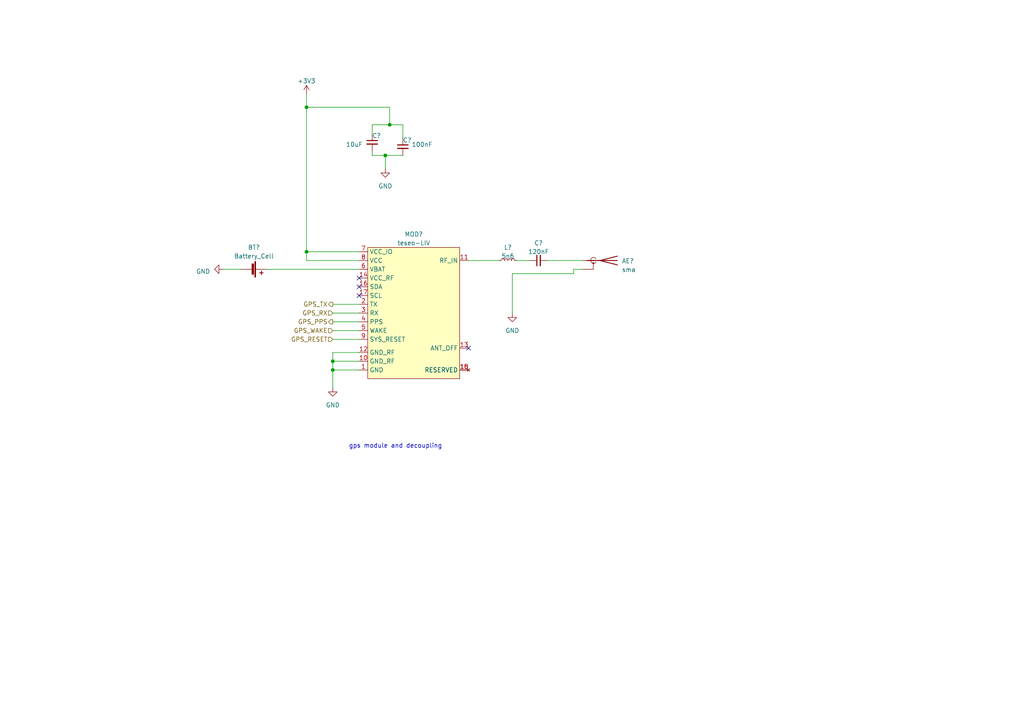
<source format=kicad_sch>
(kicad_sch (version 20210621) (generator eeschema)
  (paper "A4")
  (lib_symbols
    (symbol "Device:Antenna_Shield" (pin_numbers hide) (pin_names (offset 1.016) hide)
      (property "Reference" "AE" (at -1.905 4.445 0))
      (property "Value" "Antenna_Shield" (at -1.905 2.54 0))
      (symbol "Antenna_Shield_0_1"
        (arc (start -0.508 -1.143) (mid -0.8485 -2.1032) (end 0 -2.667))
        (arc (start 0 -2.667) (mid 0.8047 -2.0885) (end 0.508 -1.143))
        (polyline (pts (xy 0 -2.54) (xy 0 0)))
        (polyline (pts (xy 0 5.08) (xy 0 -3.81)) (stroke (width 0.254)))
        (polyline (pts (xy 0.762 -1.905) (xy 2.54 -1.905)))
        (polyline (pts (xy 2.54 -2.54) (xy 2.54 -1.905)))
        (polyline (pts (xy 1.27 5.08) (xy 0 0) (xy -1.27 5.08)) (stroke (width 0.254)))
        (circle (center 0.762 -1.905) (radius 0.1778) (fill (type outline)))
      )
      (symbol "Antenna_Shield_1_1"
        (pin input line (at 0 -5.08 90) (length 2.54) (name "A") (number "1"))
        (pin input line (at 2.54 -5.08 90) (length 2.54) (name "Shield") (number "2"))
      )
    )
    (symbol "Device:Battery_Cell" (pin_numbers hide) (pin_names (offset 0) hide)
      (property "Reference" "BT" (at 2.54 2.54 0))
      (property "Value" "Battery_Cell" (at 2.54 0 0))
      (symbol "Battery_Cell_0_1"
        (rectangle (start -2.286 1.778) (end 2.286 1.524) (fill (type outline)))
        (rectangle (start -1.5748 1.1938) (end 1.4732 0.6858) (fill (type outline)))
        (polyline (pts (xy 0 0.762) (xy 0 0)))
        (polyline (pts (xy 0 1.778) (xy 0 2.54)))
        (polyline (pts (xy 0.508 3.429) (xy 1.524 3.429)) (stroke (width 0.254)))
        (polyline (pts (xy 1.016 3.937) (xy 1.016 2.921)) (stroke (width 0.254)))
      )
      (symbol "Battery_Cell_1_1"
        (pin passive line (at 0 5.08 270) (length 2.54) (name "+") (number "1"))
        (pin passive line (at 0 -2.54 90) (length 2.54) (name "-") (number "2"))
      )
    )
    (symbol "Device:C_Small" (pin_numbers hide) (pin_names (offset 0.254) hide)
      (property "Reference" "C" (at 0.254 1.778 0))
      (property "Value" "C_Small" (at 0.254 -2.032 0))
      (symbol "C_Small_0_1"
        (polyline (pts (xy -1.524 -0.508) (xy 1.524 -0.508)) (stroke (width 0.3302)))
        (polyline (pts (xy -1.524 0.508) (xy 1.524 0.508)) (stroke (width 0.3048)))
      )
      (symbol "C_Small_1_1"
        (pin passive line (at 0 2.54 270) (length 2.032) (name "~") (number "1"))
        (pin passive line (at 0 -2.54 90) (length 2.032) (name "~") (number "2"))
      )
    )
    (symbol "Device:L_Small" (pin_numbers hide) (pin_names (offset 0.254) hide)
      (property "Reference" "L" (at 0.762 1.016 0))
      (property "Value" "L_Small" (at 0.762 -1.016 0))
      (symbol "L_Small_0_1"
        (arc (start 0 -2.032) (mid 0.508 -1.524) (end 0 -1.016))
        (arc (start 0 -1.016) (mid 0.508 -0.508) (end 0 0))
        (arc (start 0 0) (mid 0.508 0.508) (end 0 1.016))
        (arc (start 0 1.016) (mid 0.508 1.524) (end 0 2.032))
      )
      (symbol "L_Small_1_1"
        (pin passive line (at 0 2.54 270) (length 0.508) (name "~") (number "1"))
        (pin passive line (at 0 -2.54 90) (length 0.508) (name "~") (number "2"))
      )
    )
    (symbol "modulles:teseo-LIV"
      (property "Reference" "MOD" (at 12.7 -16.51 0))
      (property "Value" "teseo-LIV" (at 12.7 -21.59 0))
      (symbol "teseo-LIV_0_1"
        (rectangle (start 0 1.27) (end 26.67 -36.83) (stroke (width 0.1524)) (fill (type background)))
      )
      (symbol "teseo-LIV_1_1"
        (pin power_out line (at -2.54 -34.29 0) (length 2.54) (name "GND") (number "1"))
        (pin power_out line (at -2.54 -31.75 0) (length 2.54) (name "GND_RF") (number "10"))
        (pin input line (at 29.21 -2.54 180) (length 2.54) (name "RF_IN") (number "11"))
        (pin power_out line (at -2.54 -29.21 0) (length 2.54) (name "GND_RF") (number "12"))
        (pin output line (at 29.21 -27.94 180) (length 2.54) (name "ANT_OFF") (number "13"))
        (pin power_in line (at -2.54 -7.62 0) (length 2.54) (name "VCC_RF") (number "14"))
        (pin no_connect line (at 29.21 -34.29 180) (length 2.54) (name "RESERVED") (number "15"))
        (pin bidirectional line (at -2.54 -10.16 0) (length 2.54) (name "SDA") (number "16"))
        (pin bidirectional line (at -2.54 -12.7 0) (length 2.54) (name "SCL") (number "17"))
        (pin no_connect line (at 29.21 -34.29 180) (length 2.54) (name "RESERVED") (number "18"))
        (pin output line (at -2.54 -15.24 0) (length 2.54) (name "TX") (number "2"))
        (pin input line (at -2.54 -17.78 0) (length 2.54) (name "RX") (number "3"))
        (pin output line (at -2.54 -20.32 0) (length 2.54) (name "PPS") (number "4"))
        (pin input line (at -2.54 -22.86 0) (length 2.54) (name "WAKE") (number "5"))
        (pin power_in line (at -2.54 -5.08 0) (length 2.54) (name "VBAT") (number "6"))
        (pin power_in line (at -2.54 0 0) (length 2.54) (name "VCC_IO") (number "7"))
        (pin power_in line (at -2.54 -2.54 0) (length 2.54) (name "VCC") (number "8"))
        (pin input line (at -2.54 -25.4 0) (length 2.54) (name "SYS_RESET") (number "9"))
      )
    )
    (symbol "power:+3V3" (power) (pin_names (offset 0))
      (property "Value" "+3V3" (at 0 3.556 0))
      (symbol "+3V3_0_1"
        (polyline (pts (xy -0.762 1.27) (xy 0 2.54)))
        (polyline (pts (xy 0 0) (xy 0 2.54)))
        (polyline (pts (xy 0 2.54) (xy 0.762 1.27)))
      )
      (symbol "+3V3_1_1"
        (pin power_in line (at 0 0 90) (length 0) hide (name "+3V3") (number "1"))
      )
    )
    (symbol "power:GND" (power) (pin_names (offset 0))
      (property "Value" "GND" (at 0 -3.81 0))
      (symbol "GND_0_1"
        (polyline (pts (xy 0 0) (xy 0 -1.27) (xy 1.27 -1.27) (xy 0 -2.54) (xy -1.27 -1.27) (xy 0 -1.27)))
      )
      (symbol "GND_1_1"
        (pin power_in line (at 0 0 270) (length 0) hide (name "GND") (number "1"))
      )
    )
  )
  (junction (at 88.9 73.025) (diameter 0.9144))
  (junction (at 96.52 104.775) (diameter 0.9144))
  (junction (at 111.76 45.085) (diameter 0.9144))
  (junction (at 113.03 36.195) (diameter 0.9144))
  (junction (at 88.9 31.115) (diameter 0.9144))
  (junction (at 96.52 107.315) (diameter 0.9144))
  (no_connect (at 104.14 80.645))
  (no_connect (at 104.14 85.725))
  (no_connect (at 135.89 100.965))
  (no_connect (at 104.14 83.185))
  (wire (pts (xy 158.75 75.565) (xy 168.91 75.565)))
  (wire (pts (xy 113.03 36.195) (xy 113.03 31.115)))
  (wire (pts (xy 77.47 78.105) (xy 104.14 78.105)))
  (wire (pts (xy 111.76 48.895) (xy 111.76 45.085)))
  (wire (pts (xy 113.03 36.195) (xy 116.84 36.195)))
  (wire (pts (xy 111.76 45.085) (xy 116.84 45.085)))
  (wire (pts (xy 149.86 75.565) (xy 153.67 75.565)))
  (wire (pts (xy 107.95 43.815) (xy 107.95 45.085)))
  (wire (pts (xy 88.9 27.305) (xy 88.9 31.115)))
  (wire (pts (xy 166.37 78.105) (xy 166.37 79.375)))
  (wire (pts (xy 166.37 79.375) (xy 148.59 79.375)))
  (wire (pts (xy 96.52 90.805) (xy 104.14 90.805)))
  (wire (pts (xy 96.52 88.265) (xy 104.14 88.265)))
  (wire (pts (xy 88.9 73.025) (xy 88.9 75.565)))
  (wire (pts (xy 168.91 78.105) (xy 166.37 78.105)))
  (wire (pts (xy 96.52 112.395) (xy 96.52 107.315)))
  (wire (pts (xy 107.95 45.085) (xy 111.76 45.085)))
  (wire (pts (xy 148.59 79.375) (xy 148.59 90.805)))
  (wire (pts (xy 88.9 75.565) (xy 104.14 75.565)))
  (wire (pts (xy 88.9 31.115) (xy 88.9 73.025)))
  (wire (pts (xy 113.03 31.115) (xy 88.9 31.115)))
  (wire (pts (xy 96.52 107.315) (xy 104.14 107.315)))
  (wire (pts (xy 96.52 104.775) (xy 96.52 102.235)))
  (wire (pts (xy 107.95 36.195) (xy 107.95 38.735)))
  (wire (pts (xy 107.95 36.195) (xy 113.03 36.195)))
  (wire (pts (xy 96.52 93.345) (xy 104.14 93.345)))
  (wire (pts (xy 64.77 78.105) (xy 69.85 78.105)))
  (wire (pts (xy 116.84 36.195) (xy 116.84 40.005)))
  (wire (pts (xy 96.52 98.425) (xy 104.14 98.425)))
  (wire (pts (xy 96.52 102.235) (xy 104.14 102.235)))
  (wire (pts (xy 96.52 95.885) (xy 104.14 95.885)))
  (wire (pts (xy 104.14 73.025) (xy 88.9 73.025)))
  (wire (pts (xy 96.52 104.775) (xy 104.14 104.775)))
  (wire (pts (xy 135.89 75.565) (xy 144.78 75.565)))
  (wire (pts (xy 96.52 107.315) (xy 96.52 104.775)))
  (text "gps module and decoupling\n" (at 128.27 130.175 180) (effects (font (size 1.27 1.27)) (justify right bottom)))
  (hierarchical_label "GPS_WAKE" (shape input) (at 96.52 95.885 180))
  (hierarchical_label "GPS_RESET" (shape input) (at 96.52 98.425 180))
  (hierarchical_label "GPS_TX" (shape output) (at 96.52 88.265 180))
  (hierarchical_label "GPS_RX" (shape input) (at 96.52 90.805 180))
  (hierarchical_label "GPS_PPS" (shape output) (at 96.52 93.345 180))
  (symbol (lib_id "power:GND") (at 111.76 48.895 0) (unit 1)
    (property "Reference" "#PWR?" (effects hide))
    (property "Value" "GND" (at 111.76 53.975 0))
  )
  (symbol (lib_id "Device:L_Small") (at 147.32 75.565 90) (unit 1)
    (property "Reference" "L?" (at 147.32 71.755 90))
    (property "Value" "5n6" (at 147.32 74.295 90))
    (property "Footprint" "vanalles:0603" (effects hide))
  )
  (symbol (lib_id "power:GND") (at 148.59 90.805 0) (unit 1)
    (property "Reference" "#PWR?" (effects hide))
    (property "Value" "GND" (at 148.59 95.885 0))
  )
  (symbol (lib_id "power:GND") (at 64.77 78.105 270) (unit 1)
    (property "Reference" "#PWR?" (effects hide))
    (property "Value" "GND" (at 60.96 78.7399 90) (effects (justify right)))
  )
  (symbol (lib_id "power:+3V3") (at 88.9 27.305 0) (unit 1)
    (property "Reference" "#PWR?" (effects hide))
    (property "Value" "+3V3" (at 88.9 23.495 0))
  )
  (symbol (lib_id "Device:C_Small") (at 116.84 42.545 0) (unit 1)
    (property "Reference" "C?" (at 116.84 40.6399 0) (effects (justify left)))
    (property "Value" "100nF" (at 119.38 41.9099 0) (effects (justify left)))
    (property "Footprint" "vanalles:0603" (effects hide))
  )
  (symbol (lib_id "modulles:teseo-LIV") (at 106.68 73.025 0) (unit 1)
    (property "Reference" "MOD?" (at 120.015 67.945 0))
    (property "Value" "teseo-LIV" (at 120.015 70.485 0))
    (property "Footprint" "Module:SON_STM_TESEO-LIV3R" (effects hide))
  )
  (symbol (lib_id "Device:Battery_Cell") (at 72.39 78.105 270) (unit 1)
    (property "Reference" "BT?" (at 73.66 71.755 90))
    (property "Value" "Battery_Cell" (at 73.66 74.295 90))
    (property "Footprint" "vanalles:3012TR" (effects hide))
  )
  (symbol (lib_id "power:GND") (at 96.52 112.395 0) (unit 1)
    (property "Reference" "#PWR?" (effects hide))
    (property "Value" "GND" (at 96.52 117.475 0))
  )
  (symbol (lib_id "Device:C_Small") (at 107.95 41.275 0) (unit 1)
    (property "Reference" "C?" (at 107.95 39.3699 0) (effects (justify left)))
    (property "Value" "10uF" (at 100.33 41.9099 0) (effects (justify left)))
    (property "Footprint" "vanalles:0603" (effects hide))
  )
  (symbol (lib_id "Device:C_Small") (at 156.21 75.565 90) (unit 1)
    (property "Reference" "C?" (at 156.21 70.485 90))
    (property "Value" "120nF" (at 156.21 73.025 90))
    (property "Footprint" "vanalles:0603" (effects hide))
  )
  (symbol (lib_id "Device:Antenna_Shield") (at 173.99 75.565 270) (unit 1)
    (property "Reference" "AE?" (at 180.34 75.6919 90) (effects (justify left)))
    (property "Value" "sma" (at 180.34 78.2319 90) (effects (justify left)))
    (property "Footprint" "connectors_user:ufl connector" (effects hide))
  )
)
</source>
